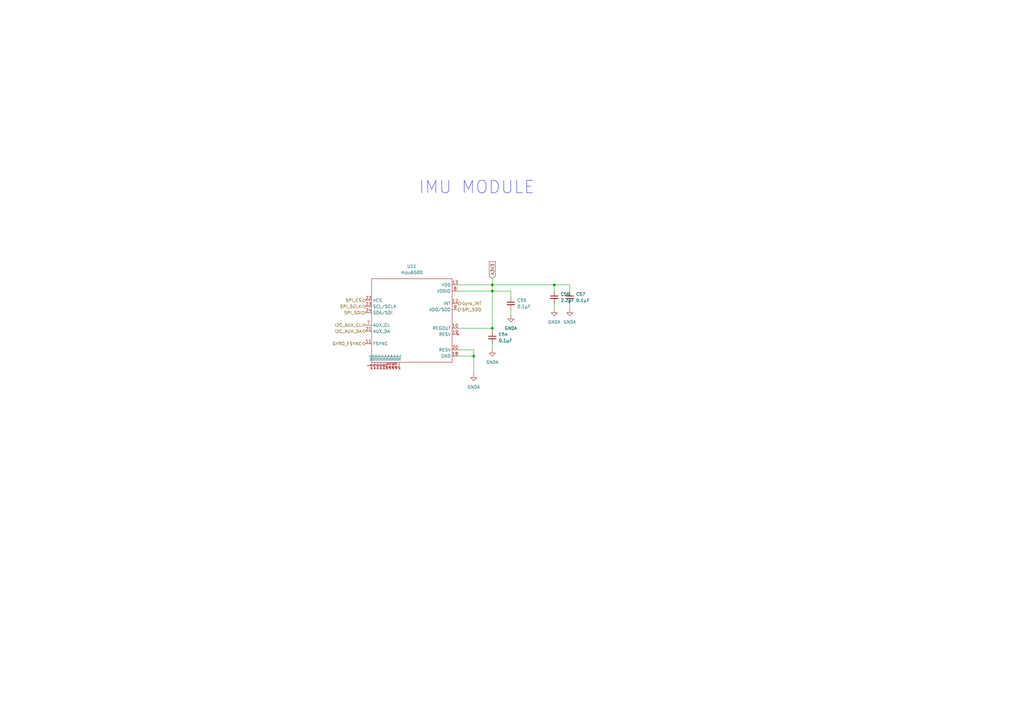
<source format=kicad_sch>
(kicad_sch (version 20250114) (generator "eeschema") (generator_version "9.0")
  (paper "A3")
  (title_block (title "Rabosa Micromouse") (rev "1.0") (company "XorvaLabs ") (comment 1 "Schematic design based on Green Ye's Green Giant 5.19V micromouse") (comment 2 "And in OPRobots streams"))
  (lib_symbols
    (symbol "Device:C_Small" (pin_numbers (hide yes)) (pin_names (offset 0.254) (hide yes))
      (property "Reference" "C" (at 0.254 1.778 0))
      (property "Value" "C_Small" (at 0.254 -2.032 0))
      (symbol "C_Small_0_1"
        (polyline (pts (xy -1.524 0.508) (xy 1.524 0.508)) (stroke (width 0.3048)))
        (polyline (pts (xy -1.524 -0.508) (xy 1.524 -0.508)) (stroke (width 0.3302)))
      )
      (symbol "C_Small_1_1"
        (pin passive line (at 0 2.54 270) (length 2.032) (name "~") (number "1"))
        (pin passive line (at 0 -2.54 90) (length 2.032) (name "~") (number "2"))
      )
    )
    (symbol "power:GNDA" (power) (pin_numbers (hide yes)) (pin_names (offset 0) (hide yes))
      (property "Value" "GNDA" (at 0 -3.81 0))
      (symbol "GNDA_0_1"
        (polyline (pts (xy 0 0) (xy 0 -1.27) (xy 1.27 -1.27) (xy 0 -2.54) (xy -1.27 -1.27) (xy 0 -1.27)))
      )
      (symbol "GNDA_1_1"
        (pin power_in line (at 0 0 270) (length 0) (name "~") (number "1"))
      )
    )
    (symbol "sensors:PS-MPU-6500A"
      (property "Reference" "U" (at 7.366 40.386 0))
      (property "Value" "mpu6500" (at 0 0 0))
      (symbol "PS-MPU-6500A_0_1"
        (rectangle (start -7.62 34.29) (end 25.4 0))
      )
      (symbol "PS-MPU-6500A_1_1"
        (pin input line (at -10.16 25.4 0) (length 2.54) (name "nCS") (number "22"))
        (pin bidirectional line (at -10.16 22.86 0) (length 2.54) (name "SCL/SCLK") (number "23"))
        (pin bidirectional line (at -10.16 20.32 0) (length 2.54) (name "SDA/SDI") (number "24"))
        (pin bidirectional line (at -10.16 15.24 0) (length 2.54) (name "AUX_CL") (number "7"))
        (pin bidirectional line (at -10.16 12.7 0) (length 2.54) (name "AUX_DA") (number "21"))
        (pin output line (at -10.16 7.62 0) (length 2.54) (name "FSYNC") (number "11"))
        (pin no_connect line (at -7.62 -2.54 90) (length 2.54) (name "NC") (number "1"))
        (pin no_connect line (at -6.35 -2.54 90) (length 2.54) (name "NC") (number "2"))
        (pin no_connect line (at -5.08 -2.54 90) (length 2.54) (name "NC") (number "3"))
        (pin no_connect line (at -3.81 -2.54 90) (length 2.54) (name "NC") (number "4"))
        (pin no_connect line (at -2.54 -2.54 90) (length 2.54) (name "NC") (number "5"))
        (pin no_connect line (at -1.27 -2.54 90) (length 2.54) (name "NC") (number "6"))
        (pin no_connect line (at 0 -2.54 90) (length 2.54) (name "NC") (number "14"))
        (pin no_connect line (at 1.27 -2.54 90) (length 2.54) (name "NC") (number "15"))
        (pin no_connect line (at 2.54 -2.54 90) (length 2.54) (name "NC") (number "16"))
        (pin no_connect line (at 3.81 -2.54 90) (length 2.54) (name "NC") (number "17"))
        (pin input line (at 27.94 31.75 180) (length 2.54) (name "VDD") (number "13"))
        (pin input line (at 27.94 29.21 180) (length 2.54) (name "VDDIO") (number "8"))
        (pin output line (at 27.94 24.13 180) (length 2.54) (name "INT") (number "12"))
        (pin output line (at 27.94 21.59 180) (length 2.54) (name "AD0/SDO") (number "9"))
        (pin input line (at 27.94 13.97 180) (length 2.54) (name "REGOUT") (number "10"))
        (pin no_connect line (at 27.94 11.43 180) (length 2.54) (name "RESV") (number "19"))
        (pin input line (at 27.94 5.08 180) (length 2.54) (name "RESV") (number "20"))
        (pin input line (at 27.94 2.54 180) (length 2.54) (name "GND") (number "18"))
      )
    )
  )
  (text "IMU MODULE" (at 195.58 76.962 0) (effects (font (size 5.08 5.08))))
  (junction (at 201.93 116.84))
  (junction (at 227.33 116.84))
  (junction (at 194.31 146.05))
  (junction (at 201.93 134.62))
  (junction (at 201.93 119.38))
  (wire (pts (xy 187.96 119.38) (xy 201.93 119.38)))
  (wire (pts (xy 227.33 116.84) (xy 233.68 116.84)))
  (wire (pts (xy 201.93 119.38) (xy 201.93 134.62)))
  (wire (pts (xy 187.96 116.84) (xy 201.93 116.84)))
  (wire (pts (xy 201.93 116.84) (xy 227.33 116.84)))
  (wire (pts (xy 187.96 146.05) (xy 194.31 146.05)))
  (wire (pts (xy 233.68 116.84) (xy 233.68 119.38)))
  (wire (pts (xy 209.55 119.38) (xy 209.55 121.92)))
  (wire (pts (xy 201.93 135.89) (xy 201.93 134.62)))
  (wire (pts (xy 233.68 124.46) (xy 233.68 127)))
  (wire (pts (xy 227.33 116.84) (xy 227.33 119.38)))
  (wire (pts (xy 187.96 134.62) (xy 201.93 134.62)))
  (wire (pts (xy 194.31 146.05) (xy 194.31 153.67)))
  (wire (pts (xy 194.31 143.51) (xy 194.31 146.05)))
  (wire (pts (xy 201.93 119.38) (xy 209.55 119.38)))
  (wire (pts (xy 227.33 124.46) (xy 227.33 127)))
  (wire (pts (xy 187.96 143.51) (xy 194.31 143.51)))
  (wire (pts (xy 201.93 114.3) (xy 201.93 116.84)))
  (wire (pts (xy 201.93 140.97) (xy 201.93 143.51)))
  (wire (pts (xy 201.93 116.84) (xy 201.93 119.38)))
  (wire (pts (xy 209.55 127) (xy 209.55 129.54)))
  (global_label "A3V3" (shape input) (at 201.93 114.3 90) (property "Intersheetrefs" "${INTERSHEET_REFS}" (effects (hide yes))))
  (hierarchical_label "GYRO_FSYNC" (shape bidirectional) (at 149.86 140.97 180))
  (hierarchical_label "SPI_SDO" (shape output) (at 187.96 127 0))
  (hierarchical_label "SPI_SDI" (shape input) (at 149.86 128.27 180))
  (hierarchical_label "I2C_AUX_DA" (shape bidirectional) (at 149.86 135.89 180))
  (hierarchical_label "SPI_CS" (shape bidirectional) (at 149.86 123.19 180))
  (hierarchical_label "I2C_AUX_CL" (shape bidirectional) (at 149.86 133.35 180))
  (hierarchical_label "SPI_SCLK" (shape bidirectional) (at 149.86 125.73 180))
  (hierarchical_label "Gyro_INT" (shape output) (at 187.96 124.46 0))
  (symbol (lib_id "power:GNDA") (at 227.33 127 0) (unit 1)
    (property "Reference" "#PWR040" (effects (hide yes)))
    (property "Value" "GNDA" (at 227.33 132.08 0))
    (property "Description" "Power symbol creates a global label with name \"GNDA\" , analog ground" (effects (hide yes)))
  )
  (symbol (lib_id "Device:C_Small") (at 227.33 121.92 0) (mirror y) (unit 1)
    (property "Reference" "C56" (at 229.87 120.6562 0) (effects (justify right)))
    (property "Value" "2.2µF" (at 229.87 123.1962 0) (effects (justify right)))
    (property "Footprint" "Capacitor_SMD:C_0402_1005Metric" (effects (hide yes)))
    (property "Description" "Unpolarized capacitor, small symbol" (effects (hide yes)))
    (property "JLCPCB Part #" "C12530" (effects (hide yes)))
  )
  (symbol (lib_id "power:GNDA") (at 194.31 153.67 0) (unit 1)
    (property "Reference" "#PWR037" (effects (hide yes)))
    (property "Value" "GNDA" (at 194.31 158.75 0))
    (property "Description" "Power symbol creates a global label with name \"GNDA\" , analog ground" (effects (hide yes)))
  )
  (symbol (lib_id "Device:C_Small") (at 201.93 138.43 0) (unit 1)
    (property "Reference" "C54" (at 204.47 137.1662 0) (effects (justify left)))
    (property "Value" "0.1µF" (at 204.47 139.7062 0) (effects (justify left)))
    (property "Footprint" "Capacitor_SMD:C_0402_1005Metric" (effects (hide yes)))
    (property "Description" "Unpolarized capacitor, small symbol" (effects (hide yes)))
    (property "JLCPCB Part #" "C1525" (effects (hide yes)))
  )
  (symbol (lib_id "Device:C_Small") (at 209.55 124.46 0) (unit 1)
    (property "Reference" "C55" (at 212.09 123.1962 0) (effects (justify left)))
    (property "Value" "0.1µF" (at 212.09 125.7362 0) (effects (justify left)))
    (property "Footprint" "Capacitor_SMD:C_0402_1005Metric" (effects (hide yes)))
    (property "Description" "Unpolarized capacitor, small symbol" (effects (hide yes)))
    (property "JLCPCB Part #" "C1525" (effects (hide yes)))
  )
  (symbol (lib_id "power:GNDA") (at 233.68 127 0) (unit 1)
    (property "Reference" "#PWR041" (effects (hide yes)))
    (property "Value" "GNDA" (at 233.68 132.08 0))
    (property "Description" "Power symbol creates a global label with name \"GNDA\" , analog ground" (effects (hide yes)))
  )
  (symbol (lib_id "sensors:PS-MPU-6500A") (at 160.02 148.59 0) (unit 1)
    (property "Reference" "U11" (at 168.91 109.22 0))
    (property "Value" "mpu6500" (at 168.91 111.76 0))
    (property "Footprint" "Sensor_Motion:InvenSense_QFN-24_3x3mm_P0.4mm" (effects (hide yes)))
    (property "Datasheet" "https://invensense.tdk.com/wp-content/uploads/2020/06/PS-MPU-6500A-01-v1.3.pdf" (effects (hide yes)))
    (property "JLCPCB Part #" "C50278" (effects (hide yes)))
  )
  (symbol (lib_id "power:GNDA") (at 201.93 143.51 0) (unit 1)
    (property "Reference" "#PWR038" (effects (hide yes)))
    (property "Value" "GNDA" (at 201.93 148.59 0))
    (property "Description" "Power symbol creates a global label with name \"GNDA\" , analog ground" (effects (hide yes)))
  )
  (symbol (lib_id "power:GNDA") (at 209.55 129.54 0) (unit 1)
    (property "Reference" "#PWR039" (effects (hide yes)))
    (property "Value" "GNDA" (at 209.55 134.62 0))
    (property "Description" "Power symbol creates a global label with name \"GNDA\" , analog ground" (effects (hide yes)))
  )
  (symbol (lib_id "Device:C_Small") (at 233.68 121.92 0) (unit 1)
    (property "Reference" "C57" (at 236.22 120.6562 0) (effects (justify left)))
    (property "Value" "0.1µF" (at 236.22 123.1962 0) (effects (justify left)))
    (property "Footprint" "Capacitor_SMD:C_0402_1005Metric" (effects (hide yes)))
    (property "Description" "Unpolarized capacitor, small symbol" (effects (hide yes)))
    (property "JLCPCB Part #" "C1525" (effects (hide yes)))
  )
)
</source>
